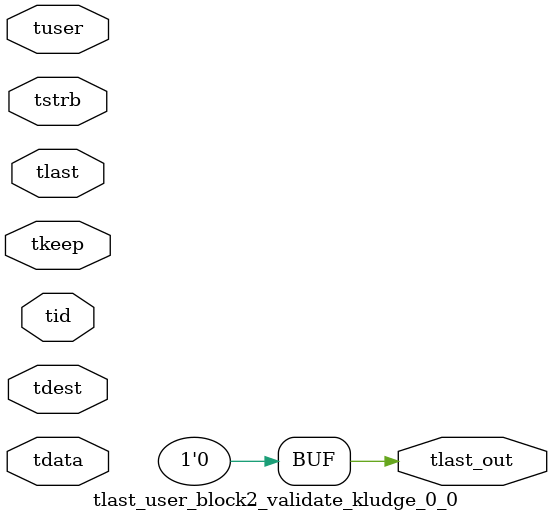
<source format=v>


`timescale 1ps/1ps

module tlast_user_block2_validate_kludge_0_0 #
(
parameter C_S_AXIS_TID_WIDTH   = 1,
parameter C_S_AXIS_TUSER_WIDTH = 0,
parameter C_S_AXIS_TDATA_WIDTH = 0,
parameter C_S_AXIS_TDEST_WIDTH = 0
)
(
input  [(C_S_AXIS_TID_WIDTH   == 0 ? 1 : C_S_AXIS_TID_WIDTH)-1:0       ] tid,
input  [(C_S_AXIS_TDATA_WIDTH == 0 ? 1 : C_S_AXIS_TDATA_WIDTH)-1:0     ] tdata,
input  [(C_S_AXIS_TUSER_WIDTH == 0 ? 1 : C_S_AXIS_TUSER_WIDTH)-1:0     ] tuser,
input  [(C_S_AXIS_TDEST_WIDTH == 0 ? 1 : C_S_AXIS_TDEST_WIDTH)-1:0     ] tdest,
input  [(C_S_AXIS_TDATA_WIDTH/8)-1:0 ] tkeep,
input  [(C_S_AXIS_TDATA_WIDTH/8)-1:0 ] tstrb,
input  [0:0]                                                             tlast,
output                                                                   tlast_out
);

assign tlast_out = {1'b0};

endmodule


</source>
